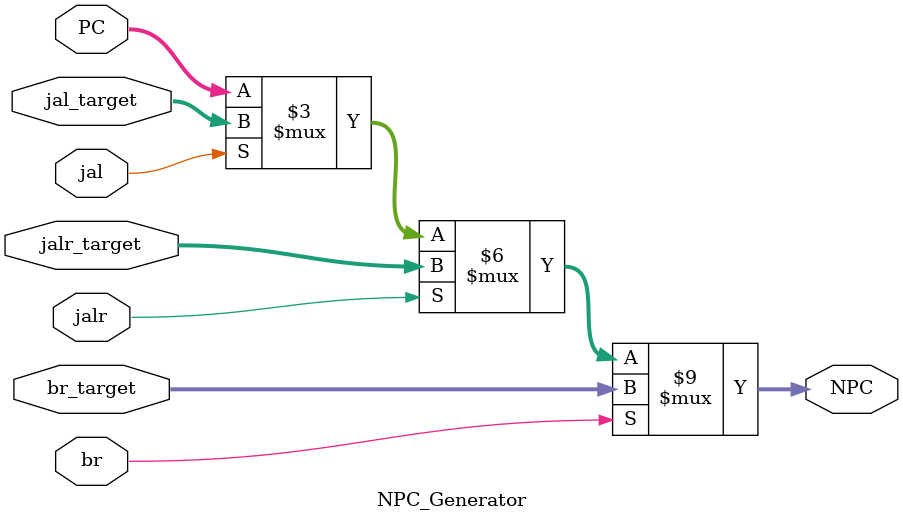
<source format=v>
`timescale 1ns / 1ps


//  功能说明
    //  根据跳转信号，决定执行的下一条指令地址
    //  debug端口用于simulation时批量写入数据，可以忽略
// 输入
    // PC                指令地址（PC + 4, 而非PC）
    // jal_target        jal跳转地址
    // jalr_target       jalr跳转地址
    // br_target         br跳转地址
    // jal               jal == 1时，有jal跳转
    // jalr              jalr == 1时，有jalr跳转
    // br                br == 1时，有br跳转
// 输出
    // NPC               下一条执行的指令地址
// 实验要求  
    // 实现NPC_Generator

module NPC_Generator(
    input wire [31:0] PC, jal_target, jalr_target, br_target,
    input wire jal, jalr, br,
    output reg [31:0] NPC
    );

    // TODO: Complete this module
    always@(*)
    begin
        if(br)
            NPC <= br_target;
        else if(jalr)
            NPC <= jalr_target;
        else if(jal)
            NPC <= jal_target;
        else
            NPC <=PC;
    end
    
endmodule
</source>
